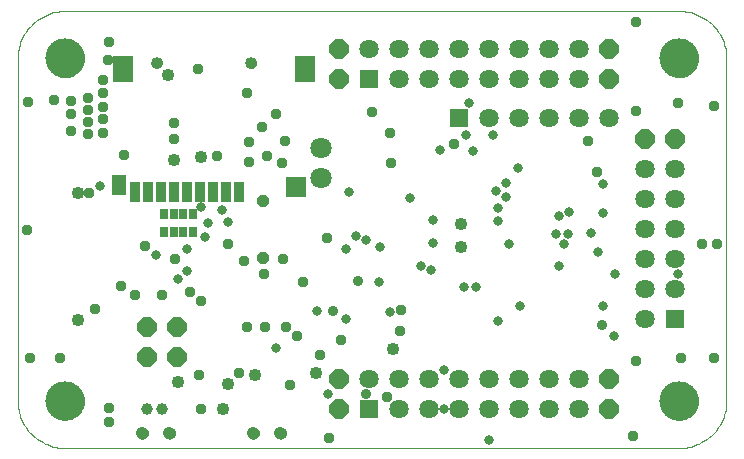
<source format=gbs>
G75*
%MOIN*%
%OFA0B0*%
%FSLAX24Y24*%
%IPPOS*%
%LPD*%
%AMOC8*
5,1,8,0,0,1.08239X$1,22.5*
%
%ADD10OC8,0.0650*%
%ADD11OC8,0.0390*%
%ADD12R,0.0641X0.0641*%
%ADD13C,0.0641*%
%ADD14C,0.0000*%
%ADD15C,0.1310*%
%ADD16C,0.0710*%
%ADD17OC8,0.0641*%
%ADD18C,0.0424*%
%ADD19R,0.0350X0.0650*%
%ADD20R,0.0450X0.0650*%
%ADD21R,0.0650X0.0850*%
%ADD22R,0.0650X0.0650*%
%ADD23C,0.0400*%
%ADD24R,0.0250X0.0350*%
%ADD25C,0.0350*%
%ADD26C,0.0387*%
%ADD27C,0.0426*%
%ADD28C,0.0320*%
%ADD29C,0.0370*%
%ADD30C,0.0347*%
%ADD31C,0.0330*%
D10*
X015087Y004716D03*
X015087Y005716D03*
X024087Y005716D03*
X024088Y004718D03*
X025287Y013716D03*
X026287Y013716D03*
X024087Y015716D03*
X024087Y016716D03*
X015087Y016716D03*
X015087Y015716D03*
D11*
X012556Y011660D03*
X012556Y009738D03*
D12*
X019087Y014416D03*
X016087Y015716D03*
X026287Y007716D03*
X016087Y004716D03*
D13*
X017087Y004716D03*
X018087Y004716D03*
X019087Y004716D03*
X020087Y004716D03*
X021087Y004716D03*
X022087Y004716D03*
X023087Y004716D03*
X023087Y005716D03*
X022087Y005716D03*
X021087Y005716D03*
X020087Y005716D03*
X019087Y005716D03*
X018087Y005716D03*
X017087Y005716D03*
X016087Y005716D03*
X025287Y007716D03*
X025287Y008716D03*
X026287Y008716D03*
X026287Y009716D03*
X025287Y009716D03*
X025287Y010716D03*
X026287Y010716D03*
X026287Y011716D03*
X025287Y011716D03*
X025287Y012716D03*
X026287Y012716D03*
X024087Y014416D03*
X023087Y014416D03*
X022087Y014416D03*
X021087Y014416D03*
X020087Y014416D03*
X020087Y015716D03*
X021087Y015716D03*
X022087Y015716D03*
X023087Y015716D03*
X023087Y016716D03*
X022087Y016716D03*
X021087Y016716D03*
X020087Y016716D03*
X019087Y016716D03*
X018087Y016716D03*
X017087Y016716D03*
X016087Y016716D03*
X017087Y015716D03*
X018087Y015716D03*
X019087Y015716D03*
D14*
X026434Y003416D02*
X005961Y003416D01*
X005331Y004990D02*
X005333Y005040D01*
X005339Y005090D01*
X005349Y005139D01*
X005363Y005187D01*
X005380Y005234D01*
X005401Y005279D01*
X005426Y005323D01*
X005454Y005364D01*
X005486Y005403D01*
X005520Y005440D01*
X005557Y005474D01*
X005597Y005504D01*
X005639Y005531D01*
X005683Y005555D01*
X005729Y005576D01*
X005776Y005592D01*
X005824Y005605D01*
X005874Y005614D01*
X005923Y005619D01*
X005974Y005620D01*
X006024Y005617D01*
X006073Y005610D01*
X006122Y005599D01*
X006170Y005584D01*
X006216Y005566D01*
X006261Y005544D01*
X006304Y005518D01*
X006345Y005489D01*
X006384Y005457D01*
X006420Y005422D01*
X006452Y005384D01*
X006482Y005344D01*
X006509Y005301D01*
X006532Y005257D01*
X006551Y005211D01*
X006567Y005163D01*
X006579Y005114D01*
X006587Y005065D01*
X006591Y005015D01*
X006591Y004965D01*
X006587Y004915D01*
X006579Y004866D01*
X006567Y004817D01*
X006551Y004769D01*
X006532Y004723D01*
X006509Y004679D01*
X006482Y004636D01*
X006452Y004596D01*
X006420Y004558D01*
X006384Y004523D01*
X006345Y004491D01*
X006304Y004462D01*
X006261Y004436D01*
X006216Y004414D01*
X006170Y004396D01*
X006122Y004381D01*
X006073Y004370D01*
X006024Y004363D01*
X005974Y004360D01*
X005923Y004361D01*
X005874Y004366D01*
X005824Y004375D01*
X005776Y004388D01*
X005729Y004404D01*
X005683Y004425D01*
X005639Y004449D01*
X005597Y004476D01*
X005557Y004506D01*
X005520Y004540D01*
X005486Y004577D01*
X005454Y004616D01*
X005426Y004657D01*
X005401Y004701D01*
X005380Y004746D01*
X005363Y004793D01*
X005349Y004841D01*
X005339Y004890D01*
X005333Y004940D01*
X005331Y004990D01*
X004386Y004990D02*
X004388Y004913D01*
X004394Y004836D01*
X004403Y004759D01*
X004416Y004683D01*
X004433Y004607D01*
X004454Y004533D01*
X004478Y004459D01*
X004506Y004387D01*
X004537Y004317D01*
X004572Y004248D01*
X004610Y004180D01*
X004651Y004115D01*
X004696Y004052D01*
X004744Y003991D01*
X004794Y003932D01*
X004847Y003876D01*
X004903Y003823D01*
X004962Y003773D01*
X005023Y003725D01*
X005086Y003680D01*
X005151Y003639D01*
X005219Y003601D01*
X005288Y003566D01*
X005358Y003535D01*
X005430Y003507D01*
X005504Y003483D01*
X005578Y003462D01*
X005654Y003445D01*
X005730Y003432D01*
X005807Y003423D01*
X005884Y003417D01*
X005961Y003415D01*
X005884Y003417D01*
X005807Y003423D01*
X005730Y003432D01*
X005654Y003445D01*
X005578Y003462D01*
X005504Y003483D01*
X005430Y003507D01*
X005358Y003535D01*
X005288Y003566D01*
X005219Y003601D01*
X005151Y003639D01*
X005086Y003680D01*
X005023Y003725D01*
X004962Y003773D01*
X004903Y003823D01*
X004847Y003876D01*
X004794Y003932D01*
X004744Y003991D01*
X004696Y004052D01*
X004651Y004115D01*
X004610Y004180D01*
X004572Y004248D01*
X004537Y004317D01*
X004506Y004387D01*
X004478Y004459D01*
X004454Y004533D01*
X004433Y004607D01*
X004416Y004683D01*
X004403Y004759D01*
X004394Y004836D01*
X004388Y004913D01*
X004386Y004990D01*
X004387Y004990D02*
X004387Y016408D01*
X005331Y016408D02*
X005333Y016458D01*
X005339Y016508D01*
X005349Y016557D01*
X005363Y016605D01*
X005380Y016652D01*
X005401Y016697D01*
X005426Y016741D01*
X005454Y016782D01*
X005486Y016821D01*
X005520Y016858D01*
X005557Y016892D01*
X005597Y016922D01*
X005639Y016949D01*
X005683Y016973D01*
X005729Y016994D01*
X005776Y017010D01*
X005824Y017023D01*
X005874Y017032D01*
X005923Y017037D01*
X005974Y017038D01*
X006024Y017035D01*
X006073Y017028D01*
X006122Y017017D01*
X006170Y017002D01*
X006216Y016984D01*
X006261Y016962D01*
X006304Y016936D01*
X006345Y016907D01*
X006384Y016875D01*
X006420Y016840D01*
X006452Y016802D01*
X006482Y016762D01*
X006509Y016719D01*
X006532Y016675D01*
X006551Y016629D01*
X006567Y016581D01*
X006579Y016532D01*
X006587Y016483D01*
X006591Y016433D01*
X006591Y016383D01*
X006587Y016333D01*
X006579Y016284D01*
X006567Y016235D01*
X006551Y016187D01*
X006532Y016141D01*
X006509Y016097D01*
X006482Y016054D01*
X006452Y016014D01*
X006420Y015976D01*
X006384Y015941D01*
X006345Y015909D01*
X006304Y015880D01*
X006261Y015854D01*
X006216Y015832D01*
X006170Y015814D01*
X006122Y015799D01*
X006073Y015788D01*
X006024Y015781D01*
X005974Y015778D01*
X005923Y015779D01*
X005874Y015784D01*
X005824Y015793D01*
X005776Y015806D01*
X005729Y015822D01*
X005683Y015843D01*
X005639Y015867D01*
X005597Y015894D01*
X005557Y015924D01*
X005520Y015958D01*
X005486Y015995D01*
X005454Y016034D01*
X005426Y016075D01*
X005401Y016119D01*
X005380Y016164D01*
X005363Y016211D01*
X005349Y016259D01*
X005339Y016308D01*
X005333Y016358D01*
X005331Y016408D01*
X004386Y016408D02*
X004388Y016485D01*
X004394Y016562D01*
X004403Y016639D01*
X004416Y016715D01*
X004433Y016791D01*
X004454Y016865D01*
X004478Y016939D01*
X004506Y017011D01*
X004537Y017081D01*
X004572Y017150D01*
X004610Y017218D01*
X004651Y017283D01*
X004696Y017346D01*
X004744Y017407D01*
X004794Y017466D01*
X004847Y017522D01*
X004903Y017575D01*
X004962Y017625D01*
X005023Y017673D01*
X005086Y017718D01*
X005151Y017759D01*
X005219Y017797D01*
X005288Y017832D01*
X005358Y017863D01*
X005430Y017891D01*
X005504Y017915D01*
X005578Y017936D01*
X005654Y017953D01*
X005730Y017966D01*
X005807Y017975D01*
X005884Y017981D01*
X005961Y017983D01*
X026434Y017983D01*
X025804Y016408D02*
X025806Y016458D01*
X025812Y016508D01*
X025822Y016557D01*
X025836Y016605D01*
X025853Y016652D01*
X025874Y016697D01*
X025899Y016741D01*
X025927Y016782D01*
X025959Y016821D01*
X025993Y016858D01*
X026030Y016892D01*
X026070Y016922D01*
X026112Y016949D01*
X026156Y016973D01*
X026202Y016994D01*
X026249Y017010D01*
X026297Y017023D01*
X026347Y017032D01*
X026396Y017037D01*
X026447Y017038D01*
X026497Y017035D01*
X026546Y017028D01*
X026595Y017017D01*
X026643Y017002D01*
X026689Y016984D01*
X026734Y016962D01*
X026777Y016936D01*
X026818Y016907D01*
X026857Y016875D01*
X026893Y016840D01*
X026925Y016802D01*
X026955Y016762D01*
X026982Y016719D01*
X027005Y016675D01*
X027024Y016629D01*
X027040Y016581D01*
X027052Y016532D01*
X027060Y016483D01*
X027064Y016433D01*
X027064Y016383D01*
X027060Y016333D01*
X027052Y016284D01*
X027040Y016235D01*
X027024Y016187D01*
X027005Y016141D01*
X026982Y016097D01*
X026955Y016054D01*
X026925Y016014D01*
X026893Y015976D01*
X026857Y015941D01*
X026818Y015909D01*
X026777Y015880D01*
X026734Y015854D01*
X026689Y015832D01*
X026643Y015814D01*
X026595Y015799D01*
X026546Y015788D01*
X026497Y015781D01*
X026447Y015778D01*
X026396Y015779D01*
X026347Y015784D01*
X026297Y015793D01*
X026249Y015806D01*
X026202Y015822D01*
X026156Y015843D01*
X026112Y015867D01*
X026070Y015894D01*
X026030Y015924D01*
X025993Y015958D01*
X025959Y015995D01*
X025927Y016034D01*
X025899Y016075D01*
X025874Y016119D01*
X025853Y016164D01*
X025836Y016211D01*
X025822Y016259D01*
X025812Y016308D01*
X025806Y016358D01*
X025804Y016408D01*
X026434Y017983D02*
X026511Y017981D01*
X026588Y017975D01*
X026665Y017966D01*
X026741Y017953D01*
X026817Y017936D01*
X026891Y017915D01*
X026965Y017891D01*
X027037Y017863D01*
X027107Y017832D01*
X027176Y017797D01*
X027244Y017759D01*
X027309Y017718D01*
X027372Y017673D01*
X027433Y017625D01*
X027492Y017575D01*
X027548Y017522D01*
X027601Y017466D01*
X027651Y017407D01*
X027699Y017346D01*
X027744Y017283D01*
X027785Y017218D01*
X027823Y017150D01*
X027858Y017081D01*
X027889Y017011D01*
X027917Y016939D01*
X027941Y016865D01*
X027962Y016791D01*
X027979Y016715D01*
X027992Y016639D01*
X028001Y016562D01*
X028007Y016485D01*
X028009Y016408D01*
X028009Y004990D01*
X025804Y004990D02*
X025806Y005040D01*
X025812Y005090D01*
X025822Y005139D01*
X025836Y005187D01*
X025853Y005234D01*
X025874Y005279D01*
X025899Y005323D01*
X025927Y005364D01*
X025959Y005403D01*
X025993Y005440D01*
X026030Y005474D01*
X026070Y005504D01*
X026112Y005531D01*
X026156Y005555D01*
X026202Y005576D01*
X026249Y005592D01*
X026297Y005605D01*
X026347Y005614D01*
X026396Y005619D01*
X026447Y005620D01*
X026497Y005617D01*
X026546Y005610D01*
X026595Y005599D01*
X026643Y005584D01*
X026689Y005566D01*
X026734Y005544D01*
X026777Y005518D01*
X026818Y005489D01*
X026857Y005457D01*
X026893Y005422D01*
X026925Y005384D01*
X026955Y005344D01*
X026982Y005301D01*
X027005Y005257D01*
X027024Y005211D01*
X027040Y005163D01*
X027052Y005114D01*
X027060Y005065D01*
X027064Y005015D01*
X027064Y004965D01*
X027060Y004915D01*
X027052Y004866D01*
X027040Y004817D01*
X027024Y004769D01*
X027005Y004723D01*
X026982Y004679D01*
X026955Y004636D01*
X026925Y004596D01*
X026893Y004558D01*
X026857Y004523D01*
X026818Y004491D01*
X026777Y004462D01*
X026734Y004436D01*
X026689Y004414D01*
X026643Y004396D01*
X026595Y004381D01*
X026546Y004370D01*
X026497Y004363D01*
X026447Y004360D01*
X026396Y004361D01*
X026347Y004366D01*
X026297Y004375D01*
X026249Y004388D01*
X026202Y004404D01*
X026156Y004425D01*
X026112Y004449D01*
X026070Y004476D01*
X026030Y004506D01*
X025993Y004540D01*
X025959Y004577D01*
X025927Y004616D01*
X025899Y004657D01*
X025874Y004701D01*
X025853Y004746D01*
X025836Y004793D01*
X025822Y004841D01*
X025812Y004890D01*
X025806Y004940D01*
X025804Y004990D01*
X026434Y003415D02*
X026511Y003417D01*
X026588Y003423D01*
X026665Y003432D01*
X026741Y003445D01*
X026817Y003462D01*
X026891Y003483D01*
X026965Y003507D01*
X027037Y003535D01*
X027107Y003566D01*
X027176Y003601D01*
X027244Y003639D01*
X027309Y003680D01*
X027372Y003725D01*
X027433Y003773D01*
X027492Y003823D01*
X027548Y003876D01*
X027601Y003932D01*
X027651Y003991D01*
X027699Y004052D01*
X027744Y004115D01*
X027785Y004180D01*
X027823Y004248D01*
X027858Y004317D01*
X027889Y004387D01*
X027917Y004459D01*
X027941Y004533D01*
X027962Y004607D01*
X027979Y004683D01*
X027992Y004759D01*
X028001Y004836D01*
X028007Y004913D01*
X028009Y004990D01*
X028007Y004913D01*
X028001Y004836D01*
X027992Y004759D01*
X027979Y004683D01*
X027962Y004607D01*
X027941Y004533D01*
X027917Y004459D01*
X027889Y004387D01*
X027858Y004317D01*
X027823Y004248D01*
X027785Y004180D01*
X027744Y004115D01*
X027699Y004052D01*
X027651Y003991D01*
X027601Y003932D01*
X027548Y003876D01*
X027492Y003823D01*
X027433Y003773D01*
X027372Y003725D01*
X027309Y003680D01*
X027244Y003639D01*
X027176Y003601D01*
X027107Y003566D01*
X027037Y003535D01*
X026965Y003507D01*
X026891Y003483D01*
X026817Y003462D01*
X026741Y003445D01*
X026665Y003432D01*
X026588Y003423D01*
X026511Y003417D01*
X026434Y003415D01*
X012952Y003916D02*
X012954Y003943D01*
X012960Y003969D01*
X012969Y003994D01*
X012982Y004017D01*
X012998Y004038D01*
X013017Y004057D01*
X013038Y004073D01*
X013061Y004086D01*
X013086Y004095D01*
X013112Y004101D01*
X013139Y004103D01*
X013166Y004101D01*
X013192Y004095D01*
X013217Y004086D01*
X013240Y004073D01*
X013261Y004057D01*
X013280Y004038D01*
X013296Y004017D01*
X013309Y003994D01*
X013318Y003969D01*
X013324Y003943D01*
X013326Y003916D01*
X013324Y003889D01*
X013318Y003863D01*
X013309Y003838D01*
X013296Y003815D01*
X013280Y003794D01*
X013261Y003775D01*
X013240Y003759D01*
X013217Y003746D01*
X013192Y003737D01*
X013166Y003731D01*
X013139Y003729D01*
X013112Y003731D01*
X013086Y003737D01*
X013061Y003746D01*
X013038Y003759D01*
X013017Y003775D01*
X012998Y003794D01*
X012982Y003815D01*
X012969Y003838D01*
X012960Y003863D01*
X012954Y003889D01*
X012952Y003916D01*
X012047Y003916D02*
X012049Y003943D01*
X012055Y003969D01*
X012064Y003994D01*
X012077Y004017D01*
X012093Y004038D01*
X012112Y004057D01*
X012133Y004073D01*
X012156Y004086D01*
X012181Y004095D01*
X012207Y004101D01*
X012234Y004103D01*
X012261Y004101D01*
X012287Y004095D01*
X012312Y004086D01*
X012335Y004073D01*
X012356Y004057D01*
X012375Y004038D01*
X012391Y004017D01*
X012404Y003994D01*
X012413Y003969D01*
X012419Y003943D01*
X012421Y003916D01*
X012419Y003889D01*
X012413Y003863D01*
X012404Y003838D01*
X012391Y003815D01*
X012375Y003794D01*
X012356Y003775D01*
X012335Y003759D01*
X012312Y003746D01*
X012287Y003737D01*
X012261Y003731D01*
X012234Y003729D01*
X012207Y003731D01*
X012181Y003737D01*
X012156Y003746D01*
X012133Y003759D01*
X012112Y003775D01*
X012093Y003794D01*
X012077Y003815D01*
X012064Y003838D01*
X012055Y003863D01*
X012049Y003889D01*
X012047Y003916D01*
X009252Y003916D02*
X009254Y003943D01*
X009260Y003969D01*
X009269Y003994D01*
X009282Y004017D01*
X009298Y004038D01*
X009317Y004057D01*
X009338Y004073D01*
X009361Y004086D01*
X009386Y004095D01*
X009412Y004101D01*
X009439Y004103D01*
X009466Y004101D01*
X009492Y004095D01*
X009517Y004086D01*
X009540Y004073D01*
X009561Y004057D01*
X009580Y004038D01*
X009596Y004017D01*
X009609Y003994D01*
X009618Y003969D01*
X009624Y003943D01*
X009626Y003916D01*
X009624Y003889D01*
X009618Y003863D01*
X009609Y003838D01*
X009596Y003815D01*
X009580Y003794D01*
X009561Y003775D01*
X009540Y003759D01*
X009517Y003746D01*
X009492Y003737D01*
X009466Y003731D01*
X009439Y003729D01*
X009412Y003731D01*
X009386Y003737D01*
X009361Y003746D01*
X009338Y003759D01*
X009317Y003775D01*
X009298Y003794D01*
X009282Y003815D01*
X009269Y003838D01*
X009260Y003863D01*
X009254Y003889D01*
X009252Y003916D01*
X008347Y003916D02*
X008349Y003943D01*
X008355Y003969D01*
X008364Y003994D01*
X008377Y004017D01*
X008393Y004038D01*
X008412Y004057D01*
X008433Y004073D01*
X008456Y004086D01*
X008481Y004095D01*
X008507Y004101D01*
X008534Y004103D01*
X008561Y004101D01*
X008587Y004095D01*
X008612Y004086D01*
X008635Y004073D01*
X008656Y004057D01*
X008675Y004038D01*
X008691Y004017D01*
X008704Y003994D01*
X008713Y003969D01*
X008719Y003943D01*
X008721Y003916D01*
X008719Y003889D01*
X008713Y003863D01*
X008704Y003838D01*
X008691Y003815D01*
X008675Y003794D01*
X008656Y003775D01*
X008635Y003759D01*
X008612Y003746D01*
X008587Y003737D01*
X008561Y003731D01*
X008534Y003729D01*
X008507Y003731D01*
X008481Y003737D01*
X008456Y003746D01*
X008433Y003759D01*
X008412Y003775D01*
X008393Y003794D01*
X008377Y003815D01*
X008364Y003838D01*
X008355Y003863D01*
X008349Y003889D01*
X008347Y003916D01*
X008838Y016253D02*
X008840Y016279D01*
X008846Y016305D01*
X008855Y016329D01*
X008868Y016352D01*
X008885Y016372D01*
X008904Y016390D01*
X008926Y016405D01*
X008949Y016416D01*
X008974Y016424D01*
X009000Y016428D01*
X009026Y016428D01*
X009052Y016424D01*
X009077Y016416D01*
X009101Y016405D01*
X009122Y016390D01*
X009141Y016372D01*
X009158Y016352D01*
X009171Y016329D01*
X009180Y016305D01*
X009186Y016279D01*
X009188Y016253D01*
X009186Y016227D01*
X009180Y016201D01*
X009171Y016177D01*
X009158Y016154D01*
X009141Y016134D01*
X009122Y016116D01*
X009100Y016101D01*
X009077Y016090D01*
X009052Y016082D01*
X009026Y016078D01*
X009000Y016078D01*
X008974Y016082D01*
X008949Y016090D01*
X008925Y016101D01*
X008904Y016116D01*
X008885Y016134D01*
X008868Y016154D01*
X008855Y016177D01*
X008846Y016201D01*
X008840Y016227D01*
X008838Y016253D01*
X005961Y017983D02*
X005884Y017981D01*
X005807Y017975D01*
X005730Y017966D01*
X005654Y017953D01*
X005578Y017936D01*
X005504Y017915D01*
X005430Y017891D01*
X005358Y017863D01*
X005288Y017832D01*
X005219Y017797D01*
X005151Y017759D01*
X005086Y017718D01*
X005023Y017673D01*
X004962Y017625D01*
X004903Y017575D01*
X004847Y017522D01*
X004794Y017466D01*
X004744Y017407D01*
X004696Y017346D01*
X004651Y017283D01*
X004610Y017218D01*
X004572Y017150D01*
X004537Y017081D01*
X004506Y017011D01*
X004478Y016939D01*
X004454Y016865D01*
X004433Y016791D01*
X004416Y016715D01*
X004403Y016639D01*
X004394Y016562D01*
X004388Y016485D01*
X004386Y016408D01*
X011988Y016253D02*
X011990Y016279D01*
X011996Y016305D01*
X012005Y016329D01*
X012018Y016352D01*
X012035Y016372D01*
X012054Y016390D01*
X012076Y016405D01*
X012099Y016416D01*
X012124Y016424D01*
X012150Y016428D01*
X012176Y016428D01*
X012202Y016424D01*
X012227Y016416D01*
X012251Y016405D01*
X012272Y016390D01*
X012291Y016372D01*
X012308Y016352D01*
X012321Y016329D01*
X012330Y016305D01*
X012336Y016279D01*
X012338Y016253D01*
X012336Y016227D01*
X012330Y016201D01*
X012321Y016177D01*
X012308Y016154D01*
X012291Y016134D01*
X012272Y016116D01*
X012250Y016101D01*
X012227Y016090D01*
X012202Y016082D01*
X012176Y016078D01*
X012150Y016078D01*
X012124Y016082D01*
X012099Y016090D01*
X012075Y016101D01*
X012054Y016116D01*
X012035Y016134D01*
X012018Y016154D01*
X012005Y016177D01*
X011996Y016201D01*
X011990Y016227D01*
X011988Y016253D01*
X026434Y017983D02*
X026511Y017981D01*
X026588Y017975D01*
X026665Y017966D01*
X026741Y017953D01*
X026817Y017936D01*
X026891Y017915D01*
X026965Y017891D01*
X027037Y017863D01*
X027107Y017832D01*
X027176Y017797D01*
X027244Y017759D01*
X027309Y017718D01*
X027372Y017673D01*
X027433Y017625D01*
X027492Y017575D01*
X027548Y017522D01*
X027601Y017466D01*
X027651Y017407D01*
X027699Y017346D01*
X027744Y017283D01*
X027785Y017218D01*
X027823Y017150D01*
X027858Y017081D01*
X027889Y017011D01*
X027917Y016939D01*
X027941Y016865D01*
X027962Y016791D01*
X027979Y016715D01*
X027992Y016639D01*
X028001Y016562D01*
X028007Y016485D01*
X028009Y016408D01*
D15*
X026434Y016408D03*
X026434Y004990D03*
X005961Y004990D03*
X005961Y016408D03*
D16*
X014487Y013416D03*
X014487Y012416D03*
D17*
X009687Y007466D03*
X008687Y007466D03*
X008687Y006466D03*
X009687Y006466D03*
D18*
X009439Y003916D03*
X008534Y003916D03*
X012234Y003916D03*
X013139Y003916D03*
D19*
X011769Y011962D03*
X011336Y011962D03*
X010903Y011962D03*
X010470Y011962D03*
X010037Y011962D03*
X009604Y011962D03*
X009170Y011962D03*
X008737Y011962D03*
X008304Y011962D03*
D20*
X007774Y012198D03*
D21*
X007911Y016046D03*
X013974Y016046D03*
D22*
X013651Y012116D03*
D23*
X012163Y016253D03*
X009013Y016253D03*
D24*
X009262Y011216D03*
X009587Y011216D03*
X009887Y011216D03*
X010212Y011216D03*
X010212Y010616D03*
X009887Y010616D03*
X009587Y010616D03*
X009262Y010616D03*
D25*
X014898Y007998D03*
X015717Y008986D03*
X023851Y007524D03*
D26*
X009187Y004716D03*
X008687Y004716D03*
D27*
X009737Y005616D03*
X011387Y005566D03*
X012287Y005866D03*
X011237Y004716D03*
X014337Y005916D03*
X016887Y006716D03*
X019168Y010118D03*
X019168Y010868D03*
X010487Y013116D03*
X009587Y013016D03*
X006387Y011916D03*
X009387Y015866D03*
X006387Y007696D03*
D28*
X008987Y009866D03*
X010037Y010066D03*
X010637Y010466D03*
X010737Y010916D03*
X010487Y011466D03*
X011187Y011366D03*
X011387Y010966D03*
X010037Y009316D03*
X009737Y009066D03*
X014356Y007998D03*
X015337Y007716D03*
X016787Y007966D03*
X016431Y008946D03*
X017815Y009471D03*
X018160Y009363D03*
X019256Y008786D03*
X019661Y008786D03*
X021137Y008166D03*
X020387Y007666D03*
X018587Y006016D03*
X018587Y004716D03*
X020087Y003696D03*
X024257Y007156D03*
X023887Y008166D03*
X024287Y009216D03*
X023737Y009966D03*
X023482Y010569D03*
X022730Y010559D03*
X022328Y010555D03*
X022591Y010211D03*
X022417Y009496D03*
X020755Y010216D03*
X020382Y010974D03*
X020382Y011420D03*
X020646Y011794D03*
X020332Y011991D03*
X020646Y012254D03*
X021064Y012736D03*
X020242Y013866D03*
X019571Y013316D03*
X019337Y013866D03*
X018468Y013361D03*
X019437Y014916D03*
X015437Y011966D03*
X017457Y011737D03*
X018220Y011030D03*
X018219Y010240D03*
X016457Y010117D03*
X015991Y010357D03*
X015666Y010470D03*
X015335Y010066D03*
X022417Y011146D03*
X022757Y011275D03*
X023887Y011266D03*
X023906Y012206D03*
X026387Y009216D03*
X014737Y005216D03*
X007137Y012166D03*
D29*
X006752Y011911D03*
X007922Y013196D03*
X007237Y013926D03*
X006737Y013876D03*
X006737Y014276D03*
X007222Y014376D03*
X006737Y014676D03*
X007222Y014796D03*
X006737Y015096D03*
X007222Y015246D03*
X007237Y015696D03*
X006172Y014996D03*
X006172Y014546D03*
X005587Y015016D03*
X004737Y014966D03*
X006172Y013996D03*
X009587Y014266D03*
X009587Y013716D03*
X011022Y013146D03*
X012087Y012966D03*
X012687Y013166D03*
X013187Y012916D03*
X013287Y013666D03*
X012537Y014116D03*
X012087Y013616D03*
X012987Y014566D03*
X012037Y015266D03*
X010387Y016066D03*
X007387Y016366D03*
X007422Y016946D03*
X016187Y014616D03*
X016787Y013916D03*
X016837Y012916D03*
X018932Y013566D03*
X023382Y013666D03*
X023682Y012616D03*
X024987Y014666D03*
X026387Y014916D03*
X027587Y014816D03*
X024987Y017616D03*
X014687Y010416D03*
X013237Y009716D03*
X012587Y009216D03*
X011937Y009666D03*
X011387Y010216D03*
X009637Y009716D03*
X008637Y010166D03*
X007837Y008816D03*
X008287Y008516D03*
X009187Y008516D03*
X010137Y008616D03*
X010487Y008316D03*
X012037Y007466D03*
X012637Y007466D03*
X013337Y007466D03*
X013687Y007166D03*
X014474Y006503D03*
X015174Y007003D03*
X017124Y007303D03*
X017174Y008003D03*
X013887Y008966D03*
X011774Y005903D03*
X010424Y005853D03*
X010487Y004716D03*
X007437Y004766D03*
X007444Y004283D03*
X005787Y006416D03*
X004787Y006416D03*
X006952Y008051D03*
X004702Y010691D03*
X013474Y005503D03*
X014757Y003736D03*
X016687Y005116D03*
X024887Y003816D03*
X024987Y006316D03*
X026487Y006416D03*
X027587Y006416D03*
X027687Y010216D03*
X027187Y010216D03*
D30*
X015987Y005216D03*
D31*
X012987Y006766D03*
M02*

</source>
